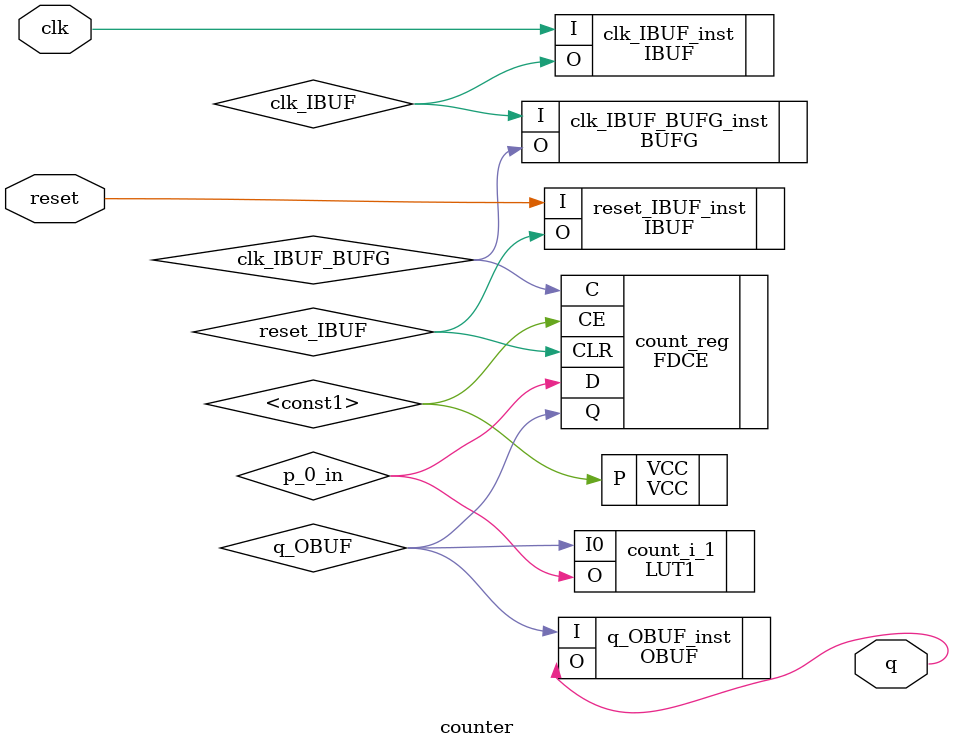
<source format=v>
`timescale 1 ps / 1 ps

(* ECO_CHECKSUM = "b585a2ee" *) 
(* STRUCTURAL_NETLIST = "yes" *)
module counter
   (reset,
    clk,
    q);
  input reset;
  input clk;
  output q;

  wire \<const1> ;
  wire clk;
  wire clk_IBUF;
  wire clk_IBUF_BUFG;
  wire p_0_in;
  wire q;
  wire q_OBUF;
  wire reset;
  wire reset_IBUF;

  VCC VCC
       (.P(\<const1> ));
  BUFG clk_IBUF_BUFG_inst
       (.I(clk_IBUF),
        .O(clk_IBUF_BUFG));
  IBUF #(
    .CCIO_EN("TRUE")) 
    clk_IBUF_inst
       (.I(clk),
        .O(clk_IBUF));
  LUT1 #(
    .INIT(2'h1)) 
    count_i_1
       (.I0(q_OBUF),
        .O(p_0_in));
  FDCE #(
    .INIT(1'b0)) 
    count_reg
       (.C(clk_IBUF_BUFG),
        .CE(\<const1> ),
        .CLR(reset_IBUF),
        .D(p_0_in),
        .Q(q_OBUF));
  OBUF q_OBUF_inst
       (.I(q_OBUF),
        .O(q));
  IBUF #(
    .CCIO_EN("TRUE")) 
    reset_IBUF_inst
       (.I(reset),
        .O(reset_IBUF));
endmodule

</source>
